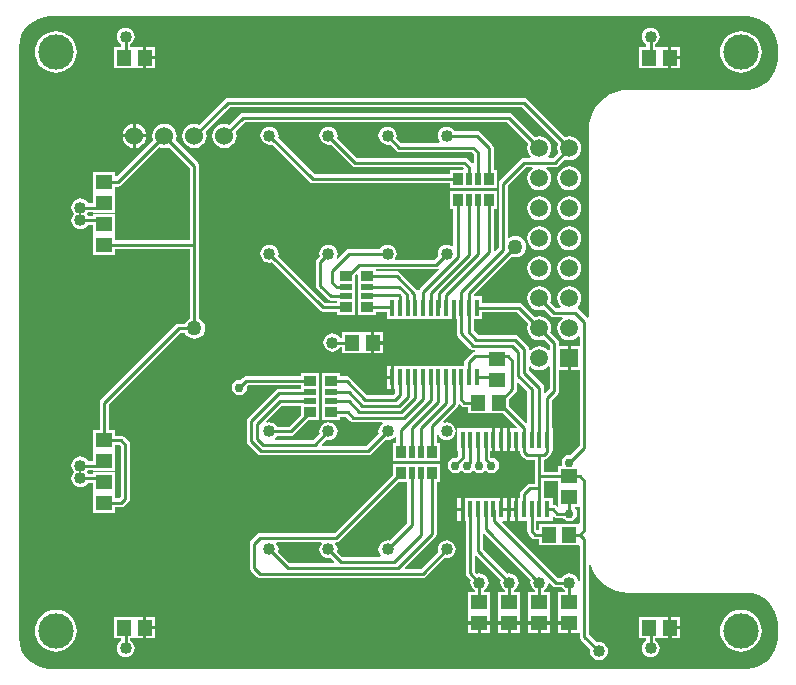
<source format=gbl>
G04 Layer_Physical_Order=2*
G04 Layer_Color=16711680*
%FSLAX25Y25*%
%MOIN*%
G70*
G01*
G75*
%ADD15C,0.01000*%
%ADD16C,0.11811*%
%ADD17C,0.06000*%
%ADD18C,0.05906*%
%ADD19R,0.05906X0.05906*%
%ADD20C,0.05000*%
%ADD21C,0.04000*%
%ADD22C,0.03000*%
%ADD23R,0.05315X0.04528*%
%ADD24R,0.01575X0.05512*%
%ADD25R,0.04528X0.05315*%
%ADD26R,0.03347X0.04134*%
%ADD27R,0.02362X0.04134*%
%ADD28R,0.04134X0.03347*%
%ADD29R,0.04134X0.02362*%
G36*
X56606Y24363D02*
X50080Y17836D01*
X49904Y17572D01*
X49733Y17515D01*
X49316Y17509D01*
X49308Y17512D01*
X43522Y23298D01*
X43026Y23629D01*
X42440Y23746D01*
X35610D01*
Y24471D01*
X55457D01*
X56042Y24587D01*
X56288Y24751D01*
X56606Y24363D01*
D02*
G37*
G36*
X86341Y6260D02*
X86149Y5796D01*
X86013Y4764D01*
X86149Y3732D01*
X86547Y2770D01*
X87181Y1945D01*
X88007Y1311D01*
X88968Y913D01*
X90000Y777D01*
X91032Y913D01*
X91496Y1105D01*
X93471Y-870D01*
Y-2445D01*
X92971Y-2615D01*
X92819Y-2417D01*
X91993Y-1784D01*
X91032Y-1385D01*
X90000Y-1249D01*
X88968Y-1385D01*
X88007Y-1784D01*
X87181Y-2417D01*
X87029Y-2615D01*
X86529Y-2445D01*
Y-2172D01*
X86413Y-1586D01*
X86081Y-1090D01*
X82910Y2081D01*
X82414Y2413D01*
X81828Y2529D01*
X69634D01*
X68045Y4118D01*
Y7858D01*
X70862D01*
Y10085D01*
X82516D01*
X86341Y6260D01*
D02*
G37*
G36*
X103471Y-59951D02*
X103209Y-60343D01*
X96681D01*
Y-60343D01*
X96319D01*
Y-60343D01*
X89791D01*
Y-62471D01*
X89134D01*
X88986Y-62323D01*
Y-59370D01*
X94362D01*
Y-58178D01*
X94824Y-57987D01*
X94919Y-58081D01*
X95415Y-58413D01*
X96000Y-58529D01*
X98015D01*
X98198Y-58802D01*
X99024Y-59355D01*
X100000Y-59549D01*
X100976Y-59355D01*
X101802Y-58802D01*
X102355Y-57976D01*
X102549Y-57000D01*
X102355Y-56024D01*
X101810Y-55209D01*
X101823Y-55138D01*
X101971Y-54709D01*
X103471D01*
Y-59951D01*
D02*
G37*
G36*
X96342Y-47819D02*
X96342D01*
Y-48181D01*
X96342D01*
Y-54473D01*
X95842Y-54680D01*
X95696Y-54533D01*
X95199Y-54201D01*
X94614Y-54085D01*
X94362D01*
Y-51858D01*
X91545D01*
Y-48555D01*
Y-46084D01*
X96342D01*
Y-47819D01*
D02*
G37*
G36*
X85927Y-16090D02*
Y-26666D01*
X85465Y-26858D01*
X79709Y-21101D01*
Y-18899D01*
X82081Y-16526D01*
X82413Y-16030D01*
X82529Y-15445D01*
Y-13346D01*
X82991Y-13154D01*
X85927Y-16090D01*
D02*
G37*
G36*
X87181Y-8055D02*
X88007Y-8689D01*
X88968Y-9087D01*
X90000Y-9223D01*
X91032Y-9087D01*
X91993Y-8689D01*
X92819Y-8055D01*
X92971Y-7858D01*
X93471Y-8028D01*
Y-15367D01*
X92007Y-16830D01*
X91545Y-16639D01*
Y-15016D01*
X91429Y-14431D01*
X91097Y-13934D01*
X86529Y-9366D01*
Y-8028D01*
X87029Y-7858D01*
X87181Y-8055D01*
D02*
G37*
G36*
X161111Y108538D02*
X163046Y107951D01*
X164828Y106998D01*
X166391Y105716D01*
X167673Y104154D01*
X168626Y102371D01*
X169213Y100437D01*
X169399Y98541D01*
X169376Y98425D01*
Y94575D01*
X169396Y94477D01*
X169207Y92563D01*
X168620Y90629D01*
X167667Y88846D01*
X166385Y87284D01*
X164823Y86002D01*
X163040Y85049D01*
X161106Y84462D01*
X159587Y84313D01*
X159095Y84293D01*
X159094Y84293D01*
X158684Y84218D01*
X158239Y84207D01*
X158118D01*
X119724Y84207D01*
Y84218D01*
X117636Y84054D01*
X115598Y83565D01*
X113663Y82763D01*
X111876Y81668D01*
X110283Y80308D01*
X108922Y78714D01*
X107827Y76928D01*
X107026Y74992D01*
X106537Y72955D01*
X106372Y70866D01*
X106384D01*
Y8486D01*
X105884Y8279D01*
X103081Y11081D01*
X102779Y11284D01*
X102708Y11859D01*
X102819Y11945D01*
X103453Y12770D01*
X103851Y13732D01*
X103987Y14764D01*
X103851Y15796D01*
X103453Y16757D01*
X102819Y17583D01*
X101993Y18216D01*
X101032Y18615D01*
X100000Y18751D01*
X98968Y18615D01*
X98007Y18216D01*
X97181Y17583D01*
X96547Y16757D01*
X96149Y15796D01*
X96013Y14764D01*
X96149Y13732D01*
X96547Y12770D01*
X97116Y12029D01*
X96976Y11529D01*
X95397D01*
X93659Y13268D01*
X93851Y13732D01*
X93987Y14764D01*
X93851Y15796D01*
X93453Y16757D01*
X92819Y17583D01*
X91993Y18216D01*
X91032Y18615D01*
X90000Y18751D01*
X88968Y18615D01*
X88007Y18216D01*
X87181Y17583D01*
X86547Y16757D01*
X86149Y15796D01*
X86013Y14764D01*
X86149Y13732D01*
X86547Y12770D01*
X87181Y11945D01*
X88007Y11311D01*
X88968Y10913D01*
X90000Y10777D01*
X91032Y10913D01*
X91496Y11105D01*
X93682Y8919D01*
X94178Y8587D01*
X94764Y8471D01*
X97516D01*
X97686Y7971D01*
X97181Y7583D01*
X96547Y6757D01*
X96149Y5796D01*
X96013Y4764D01*
X96149Y3732D01*
X96547Y2770D01*
X97181Y1945D01*
X98007Y1311D01*
X98968Y913D01*
X100000Y777D01*
X101032Y913D01*
X101993Y1311D01*
X102819Y1945D01*
X102971Y2142D01*
X103471Y1972D01*
Y-1283D01*
X100500D01*
Y-5236D01*
Y-9189D01*
X103471D01*
Y-34367D01*
X100322Y-37515D01*
X100000Y-37451D01*
X99024Y-37645D01*
X98198Y-38198D01*
X97645Y-39024D01*
X97451Y-40000D01*
X97608Y-40791D01*
X97300Y-41291D01*
X96342D01*
Y-43026D01*
X91545D01*
Y-39020D01*
X92085Y-38913D01*
X92581Y-38581D01*
X93656Y-37507D01*
X93988Y-37010D01*
X94104Y-36425D01*
Y-36142D01*
X94362D01*
Y-28630D01*
X94104D01*
Y-19059D01*
X96081Y-17081D01*
X96413Y-16585D01*
X96529Y-16000D01*
Y-9189D01*
X99500D01*
Y-5236D01*
Y-1283D01*
X96529D01*
Y-236D01*
X96413Y349D01*
X96081Y845D01*
X93659Y3268D01*
X93851Y3732D01*
X93987Y4764D01*
X93851Y5796D01*
X93453Y6757D01*
X92819Y7583D01*
X91993Y8217D01*
X91032Y8615D01*
X90000Y8751D01*
X88968Y8615D01*
X88504Y8423D01*
X84231Y12696D01*
X83735Y13027D01*
X83150Y13144D01*
X70862D01*
Y15370D01*
X68045D01*
Y15882D01*
X80851Y28688D01*
X81086Y28590D01*
X82000Y28470D01*
X82914Y28590D01*
X83765Y28943D01*
X84496Y29504D01*
X85057Y30235D01*
X85410Y31086D01*
X85530Y32000D01*
X85410Y32914D01*
X85057Y33765D01*
X84496Y34496D01*
X83765Y35057D01*
X82914Y35410D01*
X82000Y35530D01*
X81086Y35410D01*
X80235Y35057D01*
X79978Y34860D01*
X79529Y35081D01*
Y52367D01*
X85633Y58471D01*
X87516D01*
X87686Y57971D01*
X87181Y57583D01*
X86547Y56757D01*
X86149Y55796D01*
X86013Y54764D01*
X86149Y53732D01*
X86547Y52770D01*
X87181Y51945D01*
X88007Y51311D01*
X88968Y50913D01*
X90000Y50777D01*
X91032Y50913D01*
X91993Y51311D01*
X92819Y51945D01*
X93453Y52770D01*
X93851Y53732D01*
X93987Y54764D01*
X93851Y55796D01*
X93453Y56757D01*
X92819Y57583D01*
X92314Y57971D01*
X92484Y58471D01*
X95236D01*
X95821Y58587D01*
X96318Y58919D01*
X98504Y61105D01*
X98968Y60913D01*
X100000Y60777D01*
X101032Y60913D01*
X101993Y61311D01*
X102819Y61945D01*
X103453Y62770D01*
X103851Y63732D01*
X103987Y64764D01*
X103851Y65796D01*
X103453Y66757D01*
X102819Y67583D01*
X101993Y68217D01*
X101032Y68615D01*
X100000Y68751D01*
X98968Y68615D01*
X98504Y68423D01*
X85845Y81081D01*
X85349Y81413D01*
X84764Y81529D01*
X-13898D01*
X-14483Y81413D01*
X-14979Y81081D01*
X-23468Y72593D01*
X-23956Y72795D01*
X-25000Y72932D01*
X-26044Y72795D01*
X-27017Y72392D01*
X-27853Y71750D01*
X-28494Y70915D01*
X-28897Y69942D01*
X-29035Y68898D01*
X-28897Y67853D01*
X-28494Y66880D01*
X-27853Y66045D01*
X-27017Y65404D01*
X-26044Y65001D01*
X-25000Y64863D01*
X-23956Y65001D01*
X-22983Y65404D01*
X-22147Y66045D01*
X-21506Y66880D01*
X-21103Y67853D01*
X-20966Y68898D01*
X-21103Y69942D01*
X-21305Y70430D01*
X-13264Y78471D01*
X84130D01*
X96341Y66260D01*
X96149Y65796D01*
X96013Y64764D01*
X96149Y63732D01*
X96341Y63268D01*
X94603Y61529D01*
X93024D01*
X92884Y62029D01*
X93453Y62770D01*
X93851Y63732D01*
X93987Y64764D01*
X93851Y65796D01*
X93453Y66757D01*
X92819Y67583D01*
X91993Y68217D01*
X91032Y68615D01*
X90000Y68751D01*
X88968Y68615D01*
X88504Y68423D01*
X80845Y76081D01*
X80349Y76413D01*
X79764Y76529D01*
X-8898D01*
X-9483Y76413D01*
X-9979Y76081D01*
X-13468Y72593D01*
X-13956Y72795D01*
X-15000Y72932D01*
X-16044Y72795D01*
X-17017Y72392D01*
X-17853Y71750D01*
X-18494Y70915D01*
X-18897Y69942D01*
X-19035Y68898D01*
X-18897Y67853D01*
X-18494Y66880D01*
X-17853Y66045D01*
X-17017Y65404D01*
X-16044Y65001D01*
X-15000Y64863D01*
X-13956Y65001D01*
X-12983Y65404D01*
X-12147Y66045D01*
X-11506Y66880D01*
X-11103Y67853D01*
X-10966Y68898D01*
X-11103Y69942D01*
X-11305Y70430D01*
X-8264Y73471D01*
X79130D01*
X86341Y66260D01*
X86149Y65796D01*
X86013Y64764D01*
X86149Y63732D01*
X86547Y62770D01*
X87116Y62029D01*
X86976Y61529D01*
X85000D01*
X84415Y61413D01*
X83919Y61081D01*
X76919Y54081D01*
X76587Y53585D01*
X76471Y53000D01*
Y31633D01*
X75246Y30409D01*
X74746Y30616D01*
Y44390D01*
X75890D01*
Y50524D01*
X60110D01*
Y44390D01*
X61254D01*
Y32323D01*
X60754Y32076D01*
X60568Y32219D01*
X59838Y32521D01*
X59055Y32624D01*
X58272Y32521D01*
X57542Y32219D01*
X56915Y31738D01*
X56435Y31111D01*
X56132Y30382D01*
X56029Y29598D01*
X56130Y28836D01*
X54823Y27529D01*
X42129D01*
X41908Y27978D01*
X41991Y28086D01*
X42293Y28815D01*
X42396Y29598D01*
X42293Y30382D01*
X41991Y31111D01*
X41510Y31738D01*
X40883Y32219D01*
X40153Y32521D01*
X39370Y32624D01*
X38587Y32521D01*
X37857Y32219D01*
X37231Y31738D01*
X36762Y31128D01*
X26598D01*
X26013Y31011D01*
X25517Y30680D01*
X22793Y27956D01*
X22369Y28239D01*
X22608Y28815D01*
X22711Y29598D01*
X22608Y30382D01*
X22306Y31111D01*
X21825Y31738D01*
X21198Y32219D01*
X20468Y32521D01*
X19685Y32624D01*
X18902Y32521D01*
X18172Y32219D01*
X17545Y31738D01*
X17064Y31111D01*
X16762Y30382D01*
X16659Y29598D01*
X16760Y28836D01*
X15919Y27995D01*
X15587Y27499D01*
X15471Y26913D01*
Y19000D01*
X15587Y18415D01*
X15919Y17919D01*
X19493Y14344D01*
X19989Y14012D01*
X20575Y13896D01*
X22390D01*
Y13313D01*
X18449D01*
X2926Y28836D01*
X3026Y29598D01*
X2923Y30382D01*
X2620Y31111D01*
X2140Y31738D01*
X1513Y32219D01*
X783Y32521D01*
X0Y32624D01*
X-783Y32521D01*
X-1513Y32219D01*
X-2140Y31738D01*
X-2620Y31111D01*
X-2923Y30382D01*
X-3026Y29598D01*
X-2923Y28815D01*
X-2620Y28086D01*
X-2140Y27459D01*
X-1513Y26978D01*
X-783Y26676D01*
X0Y26572D01*
X763Y26673D01*
X16734Y10702D01*
X17230Y10370D01*
X17815Y10254D01*
X22390D01*
Y9110D01*
X28524D01*
Y13244D01*
Y16394D01*
Y19543D01*
Y22361D01*
X29014Y22851D01*
X29476Y22660D01*
Y19543D01*
Y16394D01*
Y13244D01*
Y9110D01*
X35610D01*
Y10254D01*
X39138D01*
Y7858D01*
X60898D01*
Y11614D01*
X61898D01*
Y7858D01*
X62427D01*
Y3043D01*
X62544Y2458D01*
X62875Y1962D01*
X66919Y-2081D01*
X67415Y-2413D01*
X68000Y-2529D01*
X68436D01*
X68445Y-3026D01*
X67860Y-3142D01*
X67363Y-3474D01*
X65434Y-5403D01*
X65103Y-5899D01*
X64986Y-6484D01*
Y-7858D01*
X41425D01*
Y-11614D01*
Y-15370D01*
X41955D01*
Y-16882D01*
X41366Y-17471D01*
X32634D01*
X26865Y-11702D01*
X26369Y-11371D01*
X25784Y-11254D01*
X23610D01*
Y-10110D01*
X17476D01*
Y-15457D01*
Y-18606D01*
Y-21756D01*
Y-25890D01*
X23610D01*
Y-24746D01*
X25583D01*
X26919Y-26081D01*
X27415Y-26413D01*
X28000Y-26529D01*
X37652D01*
X37769Y-26784D01*
X37790Y-27029D01*
X37230Y-27459D01*
X36750Y-28086D01*
X36447Y-28815D01*
X36344Y-29598D01*
X36445Y-30361D01*
X32335Y-34471D01*
X17629D01*
X17438Y-34009D01*
X18922Y-32524D01*
X19685Y-32624D01*
X20468Y-32521D01*
X21198Y-32219D01*
X21825Y-31738D01*
X22306Y-31111D01*
X22608Y-30382D01*
X22711Y-29598D01*
X22608Y-28815D01*
X22306Y-28086D01*
X21825Y-27459D01*
X21198Y-26978D01*
X20468Y-26676D01*
X19685Y-26572D01*
X18902Y-26676D01*
X18172Y-26978D01*
X17545Y-27459D01*
X17064Y-28086D01*
X16762Y-28815D01*
X16659Y-29598D01*
X16759Y-30361D01*
X14650Y-32471D01*
X2006D01*
X1837Y-31971D01*
X2140Y-31738D01*
X2608Y-31128D01*
X7075D01*
X7660Y-31011D01*
X8156Y-30680D01*
X12946Y-25890D01*
X16524D01*
Y-21756D01*
Y-18606D01*
Y-15457D01*
Y-10110D01*
X10390D01*
Y-11254D01*
X-7784D01*
X-8369Y-11371D01*
X-8865Y-11702D01*
X-9678Y-12515D01*
X-10000Y-12451D01*
X-10975Y-12645D01*
X-11802Y-13198D01*
X-12355Y-14025D01*
X-12549Y-15000D01*
X-12355Y-15976D01*
X-11802Y-16802D01*
X-10975Y-17355D01*
X-10000Y-17549D01*
X-9025Y-17355D01*
X-8198Y-16802D01*
X-7645Y-15976D01*
X-7451Y-15000D01*
X-7515Y-14678D01*
X-7150Y-14313D01*
X10390D01*
Y-15364D01*
X3278D01*
X2693Y-15481D01*
X2196Y-15812D01*
X-7081Y-25090D01*
X-7413Y-25586D01*
X-7529Y-26172D01*
Y-32828D01*
X-7413Y-33414D01*
X-7081Y-33910D01*
X-3910Y-37081D01*
X-3414Y-37413D01*
X-2828Y-37529D01*
X32969D01*
X33554Y-37413D01*
X34050Y-37081D01*
X38607Y-32524D01*
X39370Y-32624D01*
X40153Y-32521D01*
X40883Y-32219D01*
X41510Y-31738D01*
X41754Y-31420D01*
X42254Y-31589D01*
Y-33390D01*
X41110D01*
Y-39524D01*
X56890D01*
Y-33390D01*
X55746D01*
Y-30755D01*
X56246Y-30656D01*
X56435Y-31111D01*
X56915Y-31738D01*
X57542Y-32219D01*
X58272Y-32521D01*
X59055Y-32624D01*
X59838Y-32521D01*
X60568Y-32219D01*
X61195Y-31738D01*
X61676Y-31111D01*
X61978Y-30382D01*
X62081Y-29598D01*
X61978Y-28815D01*
X61676Y-28086D01*
X61195Y-27459D01*
X60568Y-26978D01*
X59838Y-26676D01*
X59055Y-26572D01*
X58272Y-26676D01*
X58139Y-26730D01*
X57856Y-26307D01*
X62479Y-21684D01*
X62811Y-21188D01*
X62895Y-20765D01*
X63388Y-20551D01*
X63919Y-21081D01*
X64415Y-21413D01*
X65000Y-21529D01*
X66291D01*
Y-23658D01*
X72819D01*
Y-23658D01*
X73181D01*
Y-23658D01*
X77939D01*
X82450Y-28168D01*
X82259Y-28630D01*
X80279D01*
Y-32386D01*
Y-36142D01*
X81839D01*
Y-32386D01*
X82839D01*
Y-36142D01*
X83368D01*
Y-36398D01*
X83485Y-36983D01*
X83816Y-37479D01*
X84919Y-38581D01*
X85415Y-38913D01*
X86000Y-39029D01*
X88486D01*
Y-44555D01*
Y-47026D01*
X86945D01*
X86360Y-47142D01*
X85863Y-47474D01*
X83816Y-49521D01*
X83485Y-50017D01*
X83368Y-50602D01*
Y-51858D01*
X82839D01*
Y-55614D01*
Y-59370D01*
X85927D01*
Y-62957D01*
X86044Y-63542D01*
X86375Y-64038D01*
X87419Y-65081D01*
X87915Y-65413D01*
X88500Y-65529D01*
X89791D01*
Y-67658D01*
X96319D01*
Y-67658D01*
X96681D01*
Y-67658D01*
X103209D01*
X103471Y-68049D01*
Y-79547D01*
X102971Y-79580D01*
X102923Y-79217D01*
X102620Y-78487D01*
X102140Y-77860D01*
X101513Y-77380D01*
X100783Y-77077D01*
X100000Y-76974D01*
X99217Y-77077D01*
X98487Y-77380D01*
X97860Y-77860D01*
X97392Y-78471D01*
X96134D01*
X77495Y-59832D01*
X77686Y-59370D01*
X79280D01*
Y-55614D01*
Y-51858D01*
X77720D01*
Y-55614D01*
X76720D01*
Y-51858D01*
X64925D01*
Y-55614D01*
Y-59370D01*
X65455D01*
Y-76984D01*
X65571Y-77570D01*
X65903Y-78066D01*
X67075Y-79237D01*
X66974Y-80000D01*
X67077Y-80783D01*
X67379Y-81513D01*
X67860Y-82140D01*
X68471Y-82608D01*
Y-83291D01*
X66343D01*
Y-89681D01*
X66343Y-89819D01*
Y-90181D01*
X66343Y-90319D01*
Y-92945D01*
X73658D01*
Y-90319D01*
X73658Y-90181D01*
Y-89819D01*
X73658Y-89681D01*
Y-83291D01*
X71529D01*
Y-82608D01*
X72140Y-82140D01*
X72620Y-81513D01*
X72923Y-80783D01*
X73026Y-80000D01*
X72923Y-79217D01*
X72620Y-78487D01*
X72140Y-77860D01*
X71513Y-77380D01*
X70783Y-77077D01*
X70000Y-76974D01*
X69237Y-77074D01*
X68514Y-76351D01*
Y-71330D01*
X68976Y-71139D01*
X77074Y-79237D01*
X76974Y-80000D01*
X77077Y-80783D01*
X77380Y-81513D01*
X77860Y-82140D01*
X78471Y-82608D01*
Y-83291D01*
X76342D01*
Y-89681D01*
X76342Y-89819D01*
Y-90181D01*
X76342Y-90319D01*
Y-92945D01*
X83657D01*
Y-90319D01*
X83657Y-90181D01*
Y-89819D01*
X83657Y-89681D01*
Y-83291D01*
X81529D01*
Y-82608D01*
X82140Y-82140D01*
X82621Y-81513D01*
X82923Y-80783D01*
X83026Y-80000D01*
X82923Y-79217D01*
X82621Y-78487D01*
X82140Y-77860D01*
X81513Y-77380D01*
X80783Y-77077D01*
X80000Y-76974D01*
X79237Y-77074D01*
X71073Y-68910D01*
Y-63889D01*
X71535Y-63697D01*
X87075Y-79237D01*
X86974Y-80000D01*
X87077Y-80783D01*
X87379Y-81513D01*
X87860Y-82140D01*
X88471Y-82608D01*
Y-83291D01*
X86343D01*
Y-89681D01*
X86343Y-89819D01*
Y-90181D01*
X86343Y-90319D01*
Y-92945D01*
X93657D01*
Y-90319D01*
X93657Y-90181D01*
Y-89819D01*
X93657Y-89681D01*
Y-83291D01*
X91529D01*
Y-82608D01*
X92140Y-82140D01*
X92620Y-81513D01*
X92923Y-80783D01*
X92980Y-80350D01*
X93508Y-80171D01*
X94419Y-81081D01*
X94915Y-81413D01*
X95500Y-81529D01*
X97392D01*
X97860Y-82140D01*
X98471Y-82608D01*
Y-83291D01*
X96342D01*
Y-89819D01*
X96342D01*
Y-90181D01*
X96342D01*
Y-92945D01*
X100000D01*
Y-93445D01*
X100500D01*
Y-96709D01*
X103471D01*
Y-98000D01*
X103587Y-98585D01*
X103919Y-99081D01*
X106933Y-102096D01*
X106832Y-102858D01*
X106936Y-103641D01*
X107238Y-104371D01*
X107719Y-104998D01*
X108345Y-105479D01*
X109075Y-105781D01*
X109858Y-105884D01*
X110641Y-105781D01*
X111371Y-105479D01*
X111998Y-104998D01*
X112479Y-104371D01*
X112781Y-103641D01*
X112884Y-102858D01*
X112781Y-102075D01*
X112479Y-101345D01*
X111998Y-100719D01*
X111371Y-100238D01*
X110641Y-99936D01*
X109858Y-99832D01*
X109096Y-99933D01*
X106529Y-97366D01*
Y-74279D01*
X107026Y-74205D01*
X107827Y-76140D01*
X108922Y-77927D01*
X110283Y-79520D01*
X111876Y-80881D01*
X113663Y-81976D01*
X115598Y-82777D01*
X117636Y-83267D01*
X119724Y-83431D01*
Y-83419D01*
X158916D01*
X159095Y-83455D01*
Y-83455D01*
X159123Y-83428D01*
X161106Y-83624D01*
X163040Y-84210D01*
X164823Y-85163D01*
X166385Y-86445D01*
X167667Y-88008D01*
X168620Y-89790D01*
X169207Y-91725D01*
X169396Y-93639D01*
X169376Y-93736D01*
Y-98425D01*
X169396Y-98523D01*
X169207Y-100437D01*
X168620Y-102371D01*
X167667Y-104154D01*
X166385Y-105716D01*
X164823Y-106998D01*
X163040Y-107951D01*
X161106Y-108538D01*
X159192Y-108726D01*
X159095Y-108707D01*
X-73189D01*
X-73189Y-108707D01*
Y-108707D01*
X-73681Y-108687D01*
X-75200Y-108538D01*
X-77135Y-107951D01*
X-78917Y-106998D01*
X-80480Y-105716D01*
X-81762Y-104154D01*
X-82715Y-102371D01*
X-83302Y-100437D01*
X-83490Y-98523D01*
X-83471Y-98425D01*
Y-92264D01*
Y92264D01*
Y98425D01*
X-83490Y98523D01*
X-83302Y100437D01*
X-82715Y102371D01*
X-81762Y104154D01*
X-80480Y105716D01*
X-78917Y106998D01*
X-77135Y107951D01*
X-75200Y108538D01*
X-73287Y108726D01*
X-73189Y108707D01*
X159100D01*
X159198Y108726D01*
X161111Y108538D01*
D02*
G37*
G36*
X10390Y-24121D02*
X6441Y-28069D01*
X2608D01*
X2140Y-27459D01*
X1513Y-26978D01*
X783Y-26676D01*
X-0Y-26572D01*
X-783Y-26676D01*
X-821Y-26691D01*
X-1105Y-26268D01*
X4059Y-21104D01*
X10390D01*
Y-24121D01*
D02*
G37*
%LPC*%
G36*
X81839Y-51858D02*
X80279D01*
Y-55614D01*
Y-59370D01*
X81839D01*
Y-55614D01*
Y-51858D01*
D02*
G37*
G36*
X63925Y-56114D02*
X62638D01*
Y-59370D01*
X63925D01*
Y-56114D01*
D02*
G37*
G36*
X56890Y-40476D02*
X41110D01*
Y-44054D01*
X21693Y-63471D01*
X-3000D01*
X-3585Y-63587D01*
X-4081Y-63919D01*
X-6081Y-65919D01*
X-6413Y-66415D01*
X-6529Y-67000D01*
Y-75000D01*
X-6413Y-75585D01*
X-6081Y-76081D01*
X-4081Y-78081D01*
X-3585Y-78413D01*
X-3000Y-78529D01*
X51024D01*
X51609Y-78413D01*
X52105Y-78081D01*
X58293Y-71894D01*
X59055Y-71994D01*
X59838Y-71891D01*
X60568Y-71589D01*
X61195Y-71108D01*
X61676Y-70481D01*
X61978Y-69752D01*
X62081Y-68968D01*
X61978Y-68185D01*
X61676Y-67456D01*
X61195Y-66829D01*
X60568Y-66348D01*
X59838Y-66046D01*
X59055Y-65943D01*
X58272Y-66046D01*
X57542Y-66348D01*
X56915Y-66829D01*
X56435Y-67456D01*
X56132Y-68185D01*
X56029Y-68968D01*
X56130Y-69731D01*
X50390Y-75471D01*
X45346D01*
X45154Y-75009D01*
X55298Y-64865D01*
X55629Y-64369D01*
X55746Y-63784D01*
Y-46610D01*
X56890D01*
Y-40476D01*
D02*
G37*
G36*
X74161Y-28630D02*
X62638D01*
Y-36142D01*
X62896D01*
Y-37699D01*
X62120Y-38475D01*
X62000Y-38451D01*
X61024Y-38645D01*
X60198Y-39198D01*
X59645Y-40025D01*
X59451Y-41000D01*
X59645Y-41976D01*
X60198Y-42802D01*
X61024Y-43355D01*
X62000Y-43549D01*
X62976Y-43355D01*
X63802Y-42802D01*
X64198D01*
X65025Y-43355D01*
X66000Y-43549D01*
X66975Y-43355D01*
X67802Y-42802D01*
X68198D01*
X69024Y-43355D01*
X70000Y-43549D01*
X70976Y-43355D01*
X71802Y-42802D01*
X72198D01*
X73024Y-43355D01*
X74000Y-43549D01*
X74976Y-43355D01*
X75802Y-42802D01*
X76355Y-41976D01*
X76549Y-41000D01*
X76355Y-40025D01*
X75802Y-39198D01*
X74976Y-38645D01*
X74000Y-38451D01*
X73632Y-38085D01*
Y-36142D01*
X74161D01*
Y-32386D01*
Y-28630D01*
D02*
G37*
G36*
X76720D02*
X75161D01*
Y-32386D01*
Y-36142D01*
X76720D01*
Y-32386D01*
Y-28630D01*
D02*
G37*
G36*
X63925Y-51858D02*
X62638D01*
Y-55114D01*
X63925D01*
Y-51858D01*
D02*
G37*
G36*
X79280Y-28630D02*
X77720D01*
Y-32386D01*
Y-36142D01*
X79280D01*
Y-32386D01*
Y-28630D01*
D02*
G37*
G36*
X-41055Y-91343D02*
Y-94500D01*
X-38291D01*
Y-91343D01*
X-41055D01*
D02*
G37*
G36*
X-38291Y-95500D02*
X-41055D01*
Y-98658D01*
X-38291D01*
Y-95500D01*
D02*
G37*
G36*
X136709D02*
X133945D01*
Y-98658D01*
X136709D01*
Y-95500D01*
D02*
G37*
G36*
X69500Y-93945D02*
X66343D01*
Y-96709D01*
X69500D01*
Y-93945D01*
D02*
G37*
G36*
X130181Y-91343D02*
X129819D01*
X129681Y-91343D01*
X123291D01*
Y-98658D01*
X125518D01*
Y-99345D01*
X124908Y-99813D01*
X124427Y-100440D01*
X124125Y-101170D01*
X124021Y-101953D01*
X124125Y-102736D01*
X124427Y-103466D01*
X124908Y-104092D01*
X125534Y-104573D01*
X126264Y-104876D01*
X127047Y-104979D01*
X127830Y-104876D01*
X128560Y-104573D01*
X129187Y-104092D01*
X129668Y-103466D01*
X129970Y-102736D01*
X130073Y-101953D01*
X129970Y-101170D01*
X129668Y-100440D01*
X129187Y-99813D01*
X128577Y-99345D01*
Y-98658D01*
X129681D01*
X129819Y-98658D01*
X130181D01*
X130319Y-98658D01*
X132945D01*
Y-95000D01*
Y-91343D01*
X130319D01*
X130181Y-91343D01*
D02*
G37*
G36*
X-71220Y-89124D02*
X-72574Y-89257D01*
X-73876Y-89652D01*
X-75076Y-90294D01*
X-76127Y-91156D01*
X-76990Y-92208D01*
X-77631Y-93408D01*
X-78026Y-94709D01*
X-78159Y-96063D01*
X-78026Y-97417D01*
X-77631Y-98718D01*
X-76990Y-99918D01*
X-76127Y-100970D01*
X-75076Y-101832D01*
X-73876Y-102474D01*
X-72574Y-102869D01*
X-71220Y-103002D01*
X-69867Y-102869D01*
X-68565Y-102474D01*
X-67365Y-101832D01*
X-66314Y-100970D01*
X-65451Y-99918D01*
X-64810Y-98718D01*
X-64415Y-97417D01*
X-64282Y-96063D01*
X-64415Y-94709D01*
X-64810Y-93408D01*
X-65451Y-92208D01*
X-66314Y-91156D01*
X-67365Y-90294D01*
X-68565Y-89652D01*
X-69867Y-89257D01*
X-71220Y-89124D01*
D02*
G37*
G36*
X157126D02*
X155772Y-89257D01*
X154471Y-89652D01*
X153271Y-90294D01*
X152219Y-91156D01*
X151356Y-92208D01*
X150715Y-93408D01*
X150320Y-94709D01*
X150187Y-96063D01*
X150320Y-97417D01*
X150715Y-98718D01*
X151356Y-99918D01*
X152219Y-100970D01*
X153271Y-101832D01*
X154471Y-102474D01*
X155772Y-102869D01*
X157126Y-103002D01*
X158480Y-102869D01*
X159781Y-102474D01*
X160981Y-101832D01*
X162032Y-100970D01*
X162896Y-99918D01*
X163537Y-98718D01*
X163932Y-97417D01*
X164065Y-96063D01*
X163932Y-94709D01*
X163537Y-93408D01*
X162896Y-92208D01*
X162032Y-91156D01*
X160981Y-90294D01*
X159781Y-89652D01*
X158480Y-89257D01*
X157126Y-89124D01*
D02*
G37*
G36*
X-44819Y-91343D02*
X-45181D01*
X-45319Y-91343D01*
X-51709D01*
Y-98658D01*
X-49482D01*
Y-99345D01*
X-50092Y-99813D01*
X-50573Y-100440D01*
X-50876Y-101170D01*
X-50979Y-101953D01*
X-50876Y-102736D01*
X-50573Y-103466D01*
X-50092Y-104092D01*
X-49466Y-104573D01*
X-48736Y-104876D01*
X-47953Y-104979D01*
X-47170Y-104876D01*
X-46440Y-104573D01*
X-45813Y-104092D01*
X-45332Y-103466D01*
X-45030Y-102736D01*
X-44927Y-101953D01*
X-45030Y-101170D01*
X-45332Y-100440D01*
X-45813Y-99813D01*
X-46423Y-99345D01*
Y-98658D01*
X-45319D01*
X-45181Y-98658D01*
X-44819D01*
X-44681Y-98658D01*
X-42055D01*
Y-95000D01*
Y-91343D01*
X-44681D01*
X-44819Y-91343D01*
D02*
G37*
G36*
X93657Y-93945D02*
X90500D01*
Y-96709D01*
X93657D01*
Y-93945D01*
D02*
G37*
G36*
X99500D02*
X96342D01*
Y-96709D01*
X99500D01*
Y-93945D01*
D02*
G37*
G36*
X133945Y-91343D02*
Y-94500D01*
X136709D01*
Y-91343D01*
X133945D01*
D02*
G37*
G36*
X89500Y-93945D02*
X86343D01*
Y-96709D01*
X89500D01*
Y-93945D01*
D02*
G37*
G36*
X73658D02*
X70500D01*
Y-96709D01*
X73658D01*
Y-93945D01*
D02*
G37*
G36*
X79500D02*
X76342D01*
Y-96709D01*
X79500D01*
Y-93945D01*
D02*
G37*
G36*
X83657D02*
X80500D01*
Y-96709D01*
X83657D01*
Y-93945D01*
D02*
G37*
G36*
X-35000Y72932D02*
X-36044Y72795D01*
X-37017Y72392D01*
X-37853Y71750D01*
X-38494Y70915D01*
X-38897Y69942D01*
X-39035Y68898D01*
X-38897Y67853D01*
X-38695Y67365D01*
X-50842Y55218D01*
X-51342Y55425D01*
Y56709D01*
X-58657D01*
Y50319D01*
X-58657Y50181D01*
Y49819D01*
X-58657Y49681D01*
Y46529D01*
X-60392D01*
X-60860Y47140D01*
X-61487Y47620D01*
X-62217Y47923D01*
X-63000Y48026D01*
X-63783Y47923D01*
X-64513Y47620D01*
X-65140Y47140D01*
X-65620Y46513D01*
X-65923Y45783D01*
X-66026Y45000D01*
X-65923Y44217D01*
X-65620Y43487D01*
X-65156Y42882D01*
X-65620Y42277D01*
X-65923Y41547D01*
X-66026Y40764D01*
X-65923Y39981D01*
X-65620Y39251D01*
X-65140Y38624D01*
X-64513Y38143D01*
X-63783Y37841D01*
X-63000Y37738D01*
X-62217Y37841D01*
X-61487Y38143D01*
X-60860Y38624D01*
X-60392Y39234D01*
X-58657D01*
Y36319D01*
X-58657Y36181D01*
Y35819D01*
X-58657Y35681D01*
Y29291D01*
X-51342D01*
Y31026D01*
X-26529D01*
Y7919D01*
X-26765Y7821D01*
X-27496Y7260D01*
X-28057Y6529D01*
X-28155Y6293D01*
X-30236D01*
X-30821Y6177D01*
X-31318Y5845D01*
X-56081Y-18919D01*
X-56413Y-19415D01*
X-56529Y-20000D01*
Y-29291D01*
X-58657D01*
Y-35681D01*
X-58657Y-35819D01*
Y-36181D01*
X-58657Y-36319D01*
Y-39471D01*
X-60392D01*
X-60860Y-38860D01*
X-61487Y-38379D01*
X-62217Y-38077D01*
X-63000Y-37974D01*
X-63783Y-38077D01*
X-64513Y-38379D01*
X-65140Y-38860D01*
X-65620Y-39487D01*
X-65923Y-40217D01*
X-66026Y-41000D01*
X-65923Y-41783D01*
X-65620Y-42513D01*
X-65141Y-43138D01*
X-65620Y-43763D01*
X-65923Y-44492D01*
X-66026Y-45276D01*
X-65923Y-46059D01*
X-65620Y-46788D01*
X-65140Y-47415D01*
X-64513Y-47896D01*
X-63783Y-48198D01*
X-63000Y-48302D01*
X-62217Y-48198D01*
X-61487Y-47896D01*
X-60860Y-47415D01*
X-60392Y-46805D01*
X-58657D01*
Y-49681D01*
X-58657Y-49819D01*
Y-50181D01*
X-58657Y-50319D01*
Y-56709D01*
X-51342D01*
Y-54974D01*
X-49445D01*
X-48860Y-54858D01*
X-48363Y-54526D01*
X-46919Y-53081D01*
X-46587Y-52585D01*
X-46471Y-52000D01*
Y-34000D01*
X-46587Y-33415D01*
X-46919Y-32919D01*
X-48363Y-31474D01*
X-48860Y-31142D01*
X-49445Y-31026D01*
X-51342D01*
Y-29291D01*
X-53471D01*
Y-20633D01*
X-29603Y3234D01*
X-28155D01*
X-28057Y2999D01*
X-27496Y2268D01*
X-26765Y1706D01*
X-25914Y1354D01*
X-25000Y1234D01*
X-24086Y1354D01*
X-23235Y1706D01*
X-22504Y2268D01*
X-21943Y2999D01*
X-21590Y3850D01*
X-21470Y4764D01*
X-21590Y5677D01*
X-21943Y6529D01*
X-22504Y7260D01*
X-23235Y7821D01*
X-23471Y7919D01*
Y32555D01*
Y58898D01*
X-23587Y59483D01*
X-23919Y59979D01*
X-31305Y67366D01*
X-31103Y67853D01*
X-30966Y68898D01*
X-31103Y69942D01*
X-31506Y70915D01*
X-32147Y71750D01*
X-32983Y72392D01*
X-33956Y72795D01*
X-35000Y72932D01*
D02*
G37*
G36*
X-45500Y68398D02*
X-48969D01*
X-48897Y67853D01*
X-48494Y66880D01*
X-47853Y66045D01*
X-47017Y65404D01*
X-46044Y65001D01*
X-45500Y64929D01*
Y68398D01*
D02*
G37*
G36*
X-41031D02*
X-44500D01*
Y64929D01*
X-43956Y65001D01*
X-42983Y65404D01*
X-42147Y66045D01*
X-41506Y66880D01*
X-41103Y67853D01*
X-41031Y68398D01*
D02*
G37*
G36*
X136709Y94500D02*
X133945D01*
Y91343D01*
X136709D01*
Y94500D01*
D02*
G37*
G36*
X-38291D02*
X-41055D01*
Y91343D01*
X-38291D01*
Y94500D01*
D02*
G37*
G36*
X100000Y58751D02*
X98968Y58615D01*
X98007Y58217D01*
X97181Y57583D01*
X96547Y56757D01*
X96149Y55796D01*
X96013Y54764D01*
X96149Y53732D01*
X96547Y52770D01*
X97181Y51945D01*
X98007Y51311D01*
X98968Y50913D01*
X100000Y50777D01*
X101032Y50913D01*
X101993Y51311D01*
X102819Y51945D01*
X103453Y52770D01*
X103851Y53732D01*
X103987Y54764D01*
X103851Y55796D01*
X103453Y56757D01*
X102819Y57583D01*
X101993Y58217D01*
X101032Y58615D01*
X100000Y58751D01*
D02*
G37*
G36*
X59055Y71994D02*
X58272Y71891D01*
X57542Y71589D01*
X56915Y71108D01*
X56435Y70481D01*
X56132Y69752D01*
X56029Y68968D01*
X56132Y68185D01*
X56435Y67456D01*
X56762Y67029D01*
X56515Y66529D01*
X43972D01*
X42296Y68206D01*
X42396Y68968D01*
X42293Y69752D01*
X41991Y70481D01*
X41510Y71108D01*
X40883Y71589D01*
X40153Y71891D01*
X39370Y71994D01*
X38587Y71891D01*
X37857Y71589D01*
X37231Y71108D01*
X36750Y70481D01*
X36447Y69752D01*
X36344Y68968D01*
X36447Y68185D01*
X36750Y67456D01*
X37231Y66829D01*
X37857Y66348D01*
X38587Y66046D01*
X39370Y65943D01*
X40133Y66043D01*
X42257Y63919D01*
X42753Y63587D01*
X43339Y63471D01*
X67366D01*
X68045Y62792D01*
Y59750D01*
X67545Y59598D01*
X67507Y59656D01*
X66081Y61081D01*
X65585Y61413D01*
X65000Y61529D01*
X29287D01*
X22611Y68206D01*
X22711Y68968D01*
X22608Y69752D01*
X22306Y70481D01*
X21825Y71108D01*
X21198Y71589D01*
X20468Y71891D01*
X19685Y71994D01*
X18902Y71891D01*
X18172Y71589D01*
X17545Y71108D01*
X17064Y70481D01*
X16762Y69752D01*
X16659Y68968D01*
X16762Y68185D01*
X17064Y67456D01*
X17545Y66829D01*
X18172Y66348D01*
X18902Y66046D01*
X19685Y65943D01*
X20448Y66043D01*
X27572Y58919D01*
X28068Y58587D01*
X28654Y58471D01*
X64367D01*
X64727Y58110D01*
X64520Y57610D01*
X60110D01*
Y56073D01*
X15059D01*
X2926Y68206D01*
X3026Y68968D01*
X2923Y69752D01*
X2620Y70481D01*
X2140Y71108D01*
X1513Y71589D01*
X783Y71891D01*
X0Y71994D01*
X-783Y71891D01*
X-1513Y71589D01*
X-2140Y71108D01*
X-2620Y70481D01*
X-2923Y69752D01*
X-3026Y68968D01*
X-2923Y68185D01*
X-2620Y67456D01*
X-2140Y66829D01*
X-1513Y66348D01*
X-783Y66046D01*
X0Y65943D01*
X763Y66043D01*
X13344Y53462D01*
X13840Y53130D01*
X14425Y53014D01*
X60110D01*
Y51476D01*
X75890D01*
Y57610D01*
X74746D01*
Y64784D01*
X74629Y65369D01*
X74298Y65865D01*
X70113Y70050D01*
X69617Y70381D01*
X69032Y70498D01*
X61663D01*
X61195Y71108D01*
X60568Y71589D01*
X59838Y71891D01*
X59055Y71994D01*
D02*
G37*
G36*
X157126Y103789D02*
X155772Y103656D01*
X154471Y103261D01*
X153271Y102620D01*
X152219Y101757D01*
X151356Y100705D01*
X150715Y99506D01*
X150320Y98204D01*
X150187Y96850D01*
X150320Y95497D01*
X150715Y94195D01*
X151356Y92995D01*
X152219Y91944D01*
X153271Y91081D01*
X154471Y90440D01*
X155772Y90045D01*
X157126Y89912D01*
X158480Y90045D01*
X159781Y90440D01*
X160981Y91081D01*
X162032Y91944D01*
X162896Y92995D01*
X163537Y94195D01*
X163932Y95497D01*
X164065Y96850D01*
X163932Y98204D01*
X163537Y99506D01*
X162896Y100705D01*
X162032Y101757D01*
X160981Y102620D01*
X159781Y103261D01*
X158480Y103656D01*
X157126Y103789D01*
D02*
G37*
G36*
X-47953Y104979D02*
X-48736Y104876D01*
X-49466Y104573D01*
X-50092Y104092D01*
X-50573Y103466D01*
X-50876Y102736D01*
X-50979Y101953D01*
X-50876Y101170D01*
X-50573Y100440D01*
X-50092Y99813D01*
X-49482Y99345D01*
Y98658D01*
X-51709D01*
Y91343D01*
X-45319D01*
X-45181Y91343D01*
X-44819D01*
X-44681Y91343D01*
X-42055D01*
Y95000D01*
Y98658D01*
X-44681D01*
X-44819Y98658D01*
X-45181D01*
X-45319Y98658D01*
X-46423D01*
Y99345D01*
X-45813Y99813D01*
X-45332Y100440D01*
X-45030Y101170D01*
X-44927Y101953D01*
X-45030Y102736D01*
X-45332Y103466D01*
X-45813Y104092D01*
X-46440Y104573D01*
X-47170Y104876D01*
X-47953Y104979D01*
D02*
G37*
G36*
X127047D02*
X126264Y104876D01*
X125534Y104573D01*
X124908Y104092D01*
X124427Y103466D01*
X124125Y102736D01*
X124021Y101953D01*
X124125Y101170D01*
X124427Y100440D01*
X124908Y99813D01*
X125518Y99345D01*
Y98658D01*
X123291D01*
Y91343D01*
X129681D01*
X129819Y91343D01*
X130181D01*
X130319Y91343D01*
X132945D01*
Y95000D01*
Y98658D01*
X130319D01*
X130181Y98658D01*
X129819D01*
X129681Y98658D01*
X128577D01*
Y99345D01*
X129187Y99813D01*
X129668Y100440D01*
X129970Y101170D01*
X130073Y101953D01*
X129970Y102736D01*
X129668Y103466D01*
X129187Y104092D01*
X128560Y104573D01*
X127830Y104876D01*
X127047Y104979D01*
D02*
G37*
G36*
X-45500Y72866D02*
X-46044Y72795D01*
X-47017Y72392D01*
X-47853Y71750D01*
X-48494Y70915D01*
X-48897Y69942D01*
X-48969Y69398D01*
X-45500D01*
Y72866D01*
D02*
G37*
G36*
X-44500Y72866D02*
Y69398D01*
X-41031D01*
X-41103Y69942D01*
X-41506Y70915D01*
X-42147Y71750D01*
X-42983Y72392D01*
X-43956Y72795D01*
X-44500Y72866D01*
D02*
G37*
G36*
X-71220Y103789D02*
X-72574Y103656D01*
X-73876Y103261D01*
X-75076Y102620D01*
X-76127Y101757D01*
X-76990Y100705D01*
X-77631Y99506D01*
X-78026Y98204D01*
X-78159Y96850D01*
X-78026Y95497D01*
X-77631Y94195D01*
X-76990Y92995D01*
X-76127Y91944D01*
X-75076Y91081D01*
X-73876Y90440D01*
X-72574Y90045D01*
X-71220Y89912D01*
X-69867Y90045D01*
X-68565Y90440D01*
X-67365Y91081D01*
X-66314Y91944D01*
X-65451Y92995D01*
X-64810Y94195D01*
X-64415Y95497D01*
X-64282Y96850D01*
X-64415Y98204D01*
X-64810Y99506D01*
X-65451Y100705D01*
X-66314Y101757D01*
X-67365Y102620D01*
X-68565Y103261D01*
X-69867Y103656D01*
X-71220Y103789D01*
D02*
G37*
G36*
X34945Y3658D02*
Y500D01*
X37709D01*
Y3658D01*
X34945D01*
D02*
G37*
G36*
X31181Y3658D02*
X30819D01*
X30681Y3658D01*
X24291D01*
Y1529D01*
X23608D01*
X23140Y2140D01*
X22513Y2620D01*
X21783Y2923D01*
X21000Y3026D01*
X20217Y2923D01*
X19487Y2620D01*
X18860Y2140D01*
X18380Y1513D01*
X18077Y783D01*
X17974Y0D01*
X18077Y-783D01*
X18380Y-1513D01*
X18860Y-2140D01*
X19487Y-2620D01*
X20217Y-2923D01*
X21000Y-3026D01*
X21783Y-2923D01*
X22513Y-2620D01*
X23140Y-2140D01*
X23608Y-1529D01*
X24291D01*
Y-3658D01*
X30681D01*
X30819Y-3658D01*
X31181D01*
X31319Y-3658D01*
X33945D01*
Y0D01*
Y3658D01*
X31319D01*
X31181Y3658D01*
D02*
G37*
G36*
X90000Y28751D02*
X88968Y28615D01*
X88007Y28216D01*
X87181Y27583D01*
X86547Y26757D01*
X86149Y25796D01*
X86013Y24764D01*
X86149Y23732D01*
X86547Y22770D01*
X87181Y21945D01*
X88007Y21311D01*
X88968Y20913D01*
X90000Y20777D01*
X91032Y20913D01*
X91993Y21311D01*
X92819Y21945D01*
X93453Y22770D01*
X93851Y23732D01*
X93987Y24764D01*
X93851Y25796D01*
X93453Y26757D01*
X92819Y27583D01*
X91993Y28216D01*
X91032Y28615D01*
X90000Y28751D01*
D02*
G37*
G36*
X40425Y-12114D02*
X39138D01*
Y-15370D01*
X40425D01*
Y-12114D01*
D02*
G37*
G36*
Y-7858D02*
X39138D01*
Y-11114D01*
X40425D01*
Y-7858D01*
D02*
G37*
G36*
X37709Y-500D02*
X34945D01*
Y-3658D01*
X37709D01*
Y-500D01*
D02*
G37*
G36*
X-41055Y98658D02*
Y95500D01*
X-38291D01*
Y98658D01*
X-41055D01*
D02*
G37*
G36*
X90000Y48751D02*
X88968Y48615D01*
X88007Y48217D01*
X87181Y47583D01*
X86547Y46757D01*
X86149Y45796D01*
X86013Y44764D01*
X86149Y43732D01*
X86547Y42770D01*
X87181Y41945D01*
X88007Y41311D01*
X88968Y40913D01*
X90000Y40777D01*
X91032Y40913D01*
X91993Y41311D01*
X92819Y41945D01*
X93453Y42770D01*
X93851Y43732D01*
X93987Y44764D01*
X93851Y45796D01*
X93453Y46757D01*
X92819Y47583D01*
X91993Y48217D01*
X91032Y48615D01*
X90000Y48751D01*
D02*
G37*
G36*
X100000D02*
X98968Y48615D01*
X98007Y48217D01*
X97181Y47583D01*
X96547Y46757D01*
X96149Y45796D01*
X96013Y44764D01*
X96149Y43732D01*
X96547Y42770D01*
X97181Y41945D01*
X98007Y41311D01*
X98968Y40913D01*
X100000Y40777D01*
X101032Y40913D01*
X101993Y41311D01*
X102819Y41945D01*
X103453Y42770D01*
X103851Y43732D01*
X103987Y44764D01*
X103851Y45796D01*
X103453Y46757D01*
X102819Y47583D01*
X101993Y48217D01*
X101032Y48615D01*
X100000Y48751D01*
D02*
G37*
G36*
X133945Y98658D02*
Y95500D01*
X136709D01*
Y98658D01*
X133945D01*
D02*
G37*
G36*
X100000Y28751D02*
X98968Y28615D01*
X98007Y28216D01*
X97181Y27583D01*
X96547Y26757D01*
X96149Y25796D01*
X96013Y24764D01*
X96149Y23732D01*
X96547Y22770D01*
X97181Y21945D01*
X98007Y21311D01*
X98968Y20913D01*
X100000Y20777D01*
X101032Y20913D01*
X101993Y21311D01*
X102819Y21945D01*
X103453Y22770D01*
X103851Y23732D01*
X103987Y24764D01*
X103851Y25796D01*
X103453Y26757D01*
X102819Y27583D01*
X101993Y28216D01*
X101032Y28615D01*
X100000Y28751D01*
D02*
G37*
G36*
X90000Y38751D02*
X88968Y38615D01*
X88007Y38217D01*
X87181Y37583D01*
X86547Y36757D01*
X86149Y35796D01*
X86013Y34764D01*
X86149Y33732D01*
X86547Y32770D01*
X87181Y31945D01*
X88007Y31311D01*
X88968Y30913D01*
X90000Y30777D01*
X91032Y30913D01*
X91993Y31311D01*
X92819Y31945D01*
X93453Y32770D01*
X93851Y33732D01*
X93987Y34764D01*
X93851Y35796D01*
X93453Y36757D01*
X92819Y37583D01*
X91993Y38217D01*
X91032Y38615D01*
X90000Y38751D01*
D02*
G37*
G36*
X100000D02*
X98968Y38615D01*
X98007Y38217D01*
X97181Y37583D01*
X96547Y36757D01*
X96149Y35796D01*
X96013Y34764D01*
X96149Y33732D01*
X96547Y32770D01*
X97181Y31945D01*
X98007Y31311D01*
X98968Y30913D01*
X100000Y30777D01*
X101032Y30913D01*
X101993Y31311D01*
X102819Y31945D01*
X103453Y32770D01*
X103851Y33732D01*
X103987Y34764D01*
X103851Y35796D01*
X103453Y36757D01*
X102819Y37583D01*
X101993Y38217D01*
X101032Y38615D01*
X100000Y38751D01*
D02*
G37*
%LPD*%
G36*
X45896Y-60280D02*
X40133Y-66043D01*
X39370Y-65943D01*
X38587Y-66046D01*
X37857Y-66348D01*
X37230Y-66829D01*
X36750Y-67456D01*
X36447Y-68185D01*
X36344Y-68968D01*
X36447Y-69752D01*
X36750Y-70481D01*
X37125Y-70971D01*
X36934Y-71471D01*
X24350D01*
X22611Y-69731D01*
X22711Y-68968D01*
X22608Y-68185D01*
X22306Y-67456D01*
X21979Y-67029D01*
X22225Y-66529D01*
X22327D01*
X22912Y-66413D01*
X23408Y-66081D01*
X42879Y-46610D01*
X45896D01*
Y-60280D01*
D02*
G37*
G36*
X17391Y-67029D02*
X17064Y-67456D01*
X16762Y-68185D01*
X16659Y-68968D01*
X16762Y-69752D01*
X17064Y-70481D01*
X17545Y-71108D01*
X18172Y-71589D01*
X18902Y-71891D01*
X19685Y-71994D01*
X20448Y-71894D01*
X21562Y-73009D01*
X21371Y-73471D01*
X6665D01*
X2926Y-69731D01*
X3026Y-68968D01*
X2923Y-68185D01*
X2620Y-67456D01*
X2293Y-67029D01*
X2540Y-66529D01*
X17145D01*
X17391Y-67029D01*
D02*
G37*
G36*
X-49529Y-34633D02*
Y-51367D01*
X-50078Y-51916D01*
X-51342D01*
Y-50319D01*
X-51342Y-50181D01*
Y-49819D01*
X-51342Y-49681D01*
Y-43291D01*
X-58657D01*
Y-43746D01*
X-60392D01*
X-60859Y-43138D01*
X-60392Y-42529D01*
X-58657D01*
Y-42709D01*
X-51342D01*
Y-36319D01*
X-51342Y-36181D01*
Y-35819D01*
X-51342Y-35681D01*
Y-34084D01*
X-50078D01*
X-49529Y-34633D01*
D02*
G37*
G36*
X-36044Y65001D02*
X-35000Y64863D01*
X-33956Y65001D01*
X-33468Y65203D01*
X-26529Y58264D01*
Y34084D01*
X-51342D01*
Y35681D01*
X-51342Y35819D01*
Y36181D01*
X-51342Y36319D01*
Y42709D01*
X-58657D01*
Y42293D01*
X-60392D01*
X-60844Y42882D01*
X-60392Y43471D01*
X-58657D01*
Y43291D01*
X-51342D01*
Y49681D01*
X-51342Y49819D01*
Y50181D01*
X-51342Y50319D01*
Y51916D01*
X-50453D01*
X-49867Y52032D01*
X-49371Y52363D01*
X-36532Y65203D01*
X-36044Y65001D01*
D02*
G37*
D15*
X68445Y-4555D02*
X79555D01*
X69075Y11614D02*
X83150D01*
X90000Y4764D01*
X-49445Y-53445D02*
X-48000Y-52000D01*
Y-34000D01*
X-49445Y-32555D02*
X-48000Y-34000D01*
X-55000Y-32555D02*
X-49445D01*
X-55000D02*
Y-20000D01*
X-30236Y4764D01*
X-25000D01*
Y32555D01*
X70000Y-86555D02*
Y-80000D01*
X80000Y-86555D02*
Y-80000D01*
X90000Y-86555D02*
Y-80000D01*
X100000Y-86555D02*
Y-80000D01*
X70000Y-93445D02*
X80000D01*
X90000D01*
X100000D01*
X77220Y-55614D02*
X79779D01*
X64425D02*
Y-50575D01*
X65500Y-49500D01*
X79779Y-55614D02*
Y-50779D01*
X78500Y-49500D02*
X79779Y-50779D01*
X65500Y-49500D02*
X78500D01*
X84898Y-36398D02*
X86000Y-37500D01*
X92575Y-36425D02*
Y-32386D01*
X66984Y-76984D02*
Y-55614D01*
Y-76984D02*
X70000Y-80000D01*
X69543Y-69543D02*
Y-55614D01*
Y-69543D02*
X80000Y-80000D01*
X72102Y-62102D02*
Y-55614D01*
Y-62102D02*
X90000Y-80000D01*
X74661Y-55614D02*
X74933Y-55886D01*
Y-59433D02*
Y-55886D01*
Y-59433D02*
X95500Y-80000D01*
X100000D01*
X64425Y-91870D02*
X66000Y-93445D01*
X70000D01*
X87457Y-62957D02*
Y-55614D01*
Y-62957D02*
X88500Y-64000D01*
X93055D01*
X99945D02*
X103500D01*
X105000Y-62500D01*
X84898Y-55614D02*
Y-50602D01*
X86945Y-48555D01*
X90016Y-55614D02*
Y-48555D01*
X86945D02*
X90016D01*
X90000Y-37500D02*
X90016Y-37516D01*
X51161Y11614D02*
Y16755D01*
X62783Y28377D01*
Y47457D01*
X53720Y11614D02*
Y16486D01*
X66425Y29190D01*
Y47457D01*
X56279Y11614D02*
X56551Y11886D01*
Y16488D01*
X58839Y11614D02*
Y15947D01*
X73216Y54543D02*
Y64784D01*
X69032Y68968D02*
X73216Y64784D01*
X59055Y68968D02*
X69032D01*
X39370D02*
X43339Y65000D01*
X69575Y54543D02*
Y63425D01*
X68000Y65000D02*
X69575Y63425D01*
X43339Y65000D02*
X68000D01*
X66425Y54543D02*
Y58575D01*
X65000Y60000D02*
X66425Y58575D01*
X28654Y60000D02*
X65000D01*
X19685Y68968D02*
X28654Y60000D01*
X14425Y54543D02*
X62783D01*
X0Y68968D02*
X14425Y54543D01*
X79764Y75000D02*
X90000Y64764D01*
X-8898Y75000D02*
X79764D01*
X-15000Y68898D02*
X-8898Y75000D01*
X-25000Y68898D02*
X-13898Y80000D01*
X84764D01*
X100000Y64764D01*
X17815Y11784D02*
X25457D01*
X0Y29598D02*
X17815Y11784D01*
X32543D02*
X40756D01*
X40925Y11614D01*
X43484D02*
Y15516D01*
X43130Y15870D02*
X43484Y15516D01*
X32988Y15870D02*
X43130D01*
X32543Y15425D02*
X32988Y15870D01*
X45772Y11886D02*
X46043Y11614D01*
X45772Y11886D02*
Y16057D01*
X43254Y18575D02*
X45772Y16057D01*
X32543Y18575D02*
X43254D01*
X48331Y11886D02*
X48602Y11614D01*
X48331Y11886D02*
Y16326D01*
X42440Y22217D02*
X48331Y16326D01*
X32543Y22217D02*
X42440D01*
X25457D02*
X26217D01*
X30000Y26000D01*
X55457D01*
X59055Y29598D01*
X22425Y18575D02*
X25457D01*
X21000Y20000D02*
X22425Y18575D01*
X21000Y20000D02*
Y24000D01*
X26598Y29598D01*
X39370D01*
X20575Y15425D02*
X25457D01*
X17000Y26913D02*
X19685Y29598D01*
X17000Y19000D02*
X20575Y15425D01*
X17000Y19000D02*
Y26913D01*
X40925Y-11614D02*
Y-3075D01*
X44000Y0D01*
X58000D01*
X61398Y3398D02*
Y11614D01*
X58000Y0D02*
X61398Y3398D01*
X90016Y-32386D02*
Y-15016D01*
X87457Y-32386D02*
Y-15457D01*
X58839Y15947D02*
X73216Y30325D01*
Y47457D01*
X56551Y16488D02*
X69575Y29511D01*
Y47457D01*
X66516Y11614D02*
Y16516D01*
X63957Y11614D02*
Y16957D01*
X95236Y60000D02*
X100000Y64764D01*
X85000Y60000D02*
X95236D01*
X78000Y53000D02*
X85000Y60000D01*
X78000Y31000D02*
Y53000D01*
X63957Y16957D02*
X78000Y31000D01*
X85000Y-10000D02*
X90016Y-15016D01*
X83000Y-11000D02*
X87457Y-15457D01*
X63957Y-18957D02*
Y-11614D01*
Y-18957D02*
X65000Y-20000D01*
X69555D01*
X69075Y-11614D02*
X75831D01*
X76000Y-11445D01*
X76445Y-20000D02*
X84898Y-28453D01*
X76445Y-20000D02*
X81000Y-15445D01*
Y-6000D01*
X79555Y-4555D02*
X81000Y-6000D01*
X66516Y-11614D02*
Y-6484D01*
X68445Y-4555D01*
X63957Y3043D02*
Y11614D01*
X83000Y-11000D02*
Y-3000D01*
X66516Y3484D02*
Y11614D01*
X63957Y3043D02*
X68000Y-1000D01*
X81000D01*
X83000Y-3000D01*
X66516Y3484D02*
X69000Y1000D01*
X81828D01*
X54216Y-36457D02*
Y-27784D01*
X61398Y-20602D01*
Y-11614D01*
X50575Y-36457D02*
Y-28425D01*
X58839Y-20161D01*
Y-11614D01*
X47425Y-36457D02*
Y-28575D01*
X56279Y-19721D01*
Y-11614D01*
X43784Y-36457D02*
Y-29217D01*
X53720Y-19279D01*
Y-11614D01*
X45000Y-25000D02*
X51161Y-18839D01*
Y-11614D01*
X44000Y-23000D02*
X48602Y-18398D01*
Y-11614D01*
X43172Y-21000D02*
X46043Y-18128D01*
Y-11614D01*
X42000Y-19000D02*
X43484Y-17516D01*
Y-11614D01*
X47425Y-60913D02*
Y-43543D01*
X39370Y-68968D02*
X47425Y-60913D01*
X19685Y-68968D02*
X23717Y-73000D01*
X41575D01*
X50575Y-64000D01*
Y-43543D01*
X-0Y-68968D02*
X6032Y-75000D01*
X43000D01*
X54216Y-63784D01*
Y-43543D01*
X74000Y-41000D02*
Y-40757D01*
X72102Y-38860D02*
X74000Y-40757D01*
X72102Y-38860D02*
Y-32386D01*
X69543Y-40543D02*
Y-32386D01*
Y-40543D02*
X70000Y-41000D01*
X66984Y-40016D02*
Y-32386D01*
X66000Y-41000D02*
X66984Y-40016D01*
X64425Y-38332D02*
Y-32386D01*
X62000Y-41000D02*
Y-40757D01*
X22327Y-65000D02*
X43784Y-43543D01*
X-3000Y-65000D02*
X22327D01*
X-5000Y-67000D02*
X-3000Y-65000D01*
X-5000Y-75000D02*
Y-67000D01*
Y-75000D02*
X-3000Y-77000D01*
X51024D01*
X59055Y-68968D01*
X20543Y-19575D02*
X26575D01*
X30000Y-23000D01*
X44000D01*
X20543Y-16425D02*
X26425D01*
X31000Y-21000D01*
X43172D01*
X20543Y-23216D02*
X26217D01*
X28000Y-25000D01*
X45000D01*
X20543Y-12784D02*
X25784D01*
X32000Y-19000D01*
X42000D01*
X-0Y-29598D02*
X7075D01*
X13457Y-23216D01*
X3425Y-19575D02*
X13457D01*
X-4000Y-27000D02*
X3425Y-19575D01*
X-4000Y-32000D02*
Y-27000D01*
Y-32000D02*
X-2000Y-34000D01*
X15283D01*
X19685Y-29598D01*
X12988Y-16894D02*
X13457Y-16425D01*
X3278Y-16894D02*
X12988D01*
X-6000Y-26172D02*
X3278Y-16894D01*
X-6000Y-32828D02*
Y-26172D01*
Y-32828D02*
X-2828Y-36000D01*
X32969D01*
X39370Y-29598D01*
X-7784Y-12784D02*
X13457D01*
X-10000Y-15000D02*
X-7784Y-12784D01*
X-55000Y-53445D02*
X-49445D01*
X-35000Y68898D02*
X-25000Y58898D01*
X-55000Y32555D02*
X-25000D01*
X-55000Y53445D02*
X-50453D01*
X-35000Y68898D01*
X-25000Y32555D02*
Y58898D01*
X103500Y-64000D02*
X105000Y-65500D01*
Y-98000D02*
Y-65500D01*
Y-98000D02*
X109858Y-102858D01*
X21000Y0D02*
X27555D01*
X37850D02*
X40925Y-3075D01*
X34445Y0D02*
X37850D01*
X127047Y-101953D02*
Y-95492D01*
X126555Y-95000D02*
X127047Y-95492D01*
X100000Y-102000D02*
Y-93445D01*
Y-102000D02*
X105000Y-107000D01*
X131000D01*
X133445Y-104555D01*
Y-95000D01*
X-47953Y95492D02*
Y101953D01*
X-48445Y95000D02*
X-47953Y95492D01*
X127047D02*
Y101953D01*
X126555Y95000D02*
X127047Y95492D01*
X-47953Y-101953D02*
Y-95492D01*
X-48445Y-95000D02*
X-47953Y-95492D01*
X85000Y-10000D02*
Y-2172D01*
X81828Y1000D02*
X85000Y-2172D01*
X66516Y16516D02*
X82000Y32000D01*
X92575Y-55614D02*
X94614D01*
X96000Y-57000D01*
X100000D02*
Y-51445D01*
Y-50555D01*
X103555Y-44555D02*
X105000Y-46000D01*
Y-62500D02*
Y-46000D01*
X90016Y-44555D02*
X100000D01*
X103555D01*
X96000Y-57000D02*
X100000D01*
X84898Y-32386D02*
Y-28453D01*
X86000Y-37500D02*
X90000D01*
X79779Y-55614D02*
X82339D01*
X62000Y-40757D02*
X64425Y-38332D01*
X-63000Y45000D02*
X-55000D01*
X-63000Y-45276D02*
X-55000D01*
X-63000Y-41000D02*
X-55000D01*
X84898Y-36398D02*
Y-32386D01*
X91500Y-37500D02*
X92575Y-36425D01*
X90000Y-37500D02*
X91500D01*
X-63000Y40764D02*
X-55000D01*
X64425Y-91870D02*
Y-55614D01*
X90016Y-48555D02*
Y-44555D01*
Y-37516D01*
X90000Y14764D02*
X94764Y10000D01*
X102000D01*
X105000Y7000D01*
Y-35000D02*
Y7000D01*
X100000Y-40000D02*
X105000Y-35000D01*
X90000Y4764D02*
X95000Y-236D01*
Y-16000D02*
Y-236D01*
X92575Y-18425D02*
X95000Y-16000D01*
X92575Y-32386D02*
Y-18425D01*
D16*
X-71220Y96850D02*
D03*
X157126D02*
D03*
Y-96063D02*
D03*
X-71220D02*
D03*
D17*
X-15000Y68898D02*
D03*
X-25000D02*
D03*
X-35000D02*
D03*
X-45000D02*
D03*
D18*
X90000Y64764D02*
D03*
X100000D02*
D03*
X90000Y54764D02*
D03*
X100000D02*
D03*
X90000Y44764D02*
D03*
X100000D02*
D03*
X90000Y34764D02*
D03*
X100000D02*
D03*
X90000Y24764D02*
D03*
X100000D02*
D03*
X90000Y14764D02*
D03*
X100000D02*
D03*
X90000Y4764D02*
D03*
X100000D02*
D03*
X90000Y-5236D02*
D03*
D19*
X100000D02*
D03*
D20*
X-25000Y4764D02*
D03*
X82000Y32000D02*
D03*
D21*
X70000Y-80000D02*
D03*
X80000D02*
D03*
X90000D02*
D03*
X100000D02*
D03*
X-63000Y45000D02*
D03*
Y-41000D02*
D03*
Y-45276D02*
D03*
Y40764D02*
D03*
X59055Y29598D02*
D03*
X0Y68968D02*
D03*
X19685D02*
D03*
X39370D02*
D03*
X59055D02*
D03*
X0Y29598D02*
D03*
X39370D02*
D03*
X19685D02*
D03*
X-0Y-29598D02*
D03*
X19685D02*
D03*
X39370D02*
D03*
X59055D02*
D03*
X-0Y-68968D02*
D03*
X19685D02*
D03*
X39370D02*
D03*
X59055D02*
D03*
X109858Y-102858D02*
D03*
X21000Y0D02*
D03*
X127047Y-101953D02*
D03*
X-47953D02*
D03*
Y101953D02*
D03*
X127047D02*
D03*
D22*
X62000Y-41000D02*
D03*
X70000D02*
D03*
X74000D02*
D03*
X66000D02*
D03*
X-10000Y-15000D02*
D03*
X100000Y-57000D02*
D03*
Y-40000D02*
D03*
D23*
X70000Y-93445D02*
D03*
Y-86555D02*
D03*
X80000Y-93445D02*
D03*
Y-86555D02*
D03*
X90000Y-93445D02*
D03*
Y-86555D02*
D03*
X100000Y-93445D02*
D03*
Y-86555D02*
D03*
X-55000Y-53445D02*
D03*
Y-46555D02*
D03*
Y-32555D02*
D03*
Y-39445D02*
D03*
Y53445D02*
D03*
Y46555D02*
D03*
Y32555D02*
D03*
Y39445D02*
D03*
X100000Y-51445D02*
D03*
Y-44555D02*
D03*
X76000Y-12445D02*
D03*
Y-5555D02*
D03*
D24*
X92575Y-55614D02*
D03*
X90016D02*
D03*
X87457D02*
D03*
X84898D02*
D03*
X82339D02*
D03*
X79779D02*
D03*
X77220D02*
D03*
X74661D02*
D03*
X72102D02*
D03*
X69543D02*
D03*
X66984D02*
D03*
X64425D02*
D03*
X92575Y-32386D02*
D03*
X90016D02*
D03*
X87457D02*
D03*
X84898D02*
D03*
X82339D02*
D03*
X79779D02*
D03*
X77220D02*
D03*
X74661D02*
D03*
X72102D02*
D03*
X69543D02*
D03*
X66984D02*
D03*
X64425D02*
D03*
X69075Y-11614D02*
D03*
X66516D02*
D03*
X63957D02*
D03*
X61398D02*
D03*
X58839D02*
D03*
X56279D02*
D03*
X53720D02*
D03*
X51161D02*
D03*
X48602D02*
D03*
X46043D02*
D03*
X43484D02*
D03*
X40925D02*
D03*
X69075Y11614D02*
D03*
X66516D02*
D03*
X63957D02*
D03*
X61398D02*
D03*
X58839D02*
D03*
X56279D02*
D03*
X53720D02*
D03*
X51161D02*
D03*
X48602D02*
D03*
X46043D02*
D03*
X43484D02*
D03*
X40925D02*
D03*
D25*
X93055Y-64000D02*
D03*
X99945D02*
D03*
X69555Y-20000D02*
D03*
X76445D02*
D03*
X34445Y0D02*
D03*
X27555D02*
D03*
X-41555Y95000D02*
D03*
X-48445D02*
D03*
X133445D02*
D03*
X126555D02*
D03*
X133445Y-95000D02*
D03*
X126555D02*
D03*
X-41555D02*
D03*
X-48445D02*
D03*
D26*
X62783Y54543D02*
D03*
X73216D02*
D03*
X62783Y47457D02*
D03*
X73216D02*
D03*
X43784Y-36457D02*
D03*
X54216D02*
D03*
X43784Y-43543D02*
D03*
X54216D02*
D03*
D27*
X66425Y54543D02*
D03*
X69575D02*
D03*
X66425Y47457D02*
D03*
X69575D02*
D03*
X47425Y-36457D02*
D03*
X50575D02*
D03*
X47425Y-43543D02*
D03*
X50575D02*
D03*
D28*
X25457Y11784D02*
D03*
Y22217D02*
D03*
X32543Y11784D02*
D03*
Y22217D02*
D03*
X20543Y-12784D02*
D03*
Y-23216D02*
D03*
X13457Y-12784D02*
D03*
Y-23216D02*
D03*
D29*
X25457Y15425D02*
D03*
Y18575D02*
D03*
X32543Y15425D02*
D03*
Y18575D02*
D03*
X20543Y-16425D02*
D03*
Y-19575D02*
D03*
X13457Y-16425D02*
D03*
Y-19575D02*
D03*
M02*

</source>
